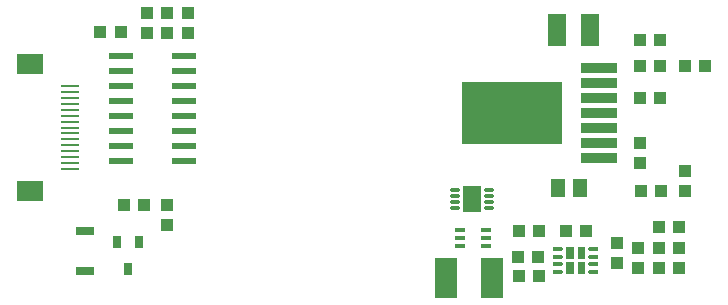
<source format=gtp>
G04 DipTrace 3.0.0.2*
G04 InterfaceBoard.GTP*
%MOMM*%
G04 #@! TF.FileFunction,Paste,Top*
G04 #@! TF.Part,Single*
%AMOUTLINE0*
4,1,6,
-0.25,0.175,
0.4,0.175,
0.4,-0.175,
-0.25,-0.175,
-0.4,-0.057,
-0.4,0.057,
-0.25,0.175,
0*%
%AMOUTLINE1*
4,1,6,
0.25,-0.175,
-0.4,-0.175,
-0.4,0.175,
0.25,0.175,
0.4,0.057,
0.4,-0.057,
0.25,-0.175,
0*%
%ADD23R,1.0X1.1*%
%ADD24R,1.1X1.0*%
%ADD25R,1.6X2.7*%
%ADD26R,1.3X1.5*%
%ADD28R,1.6X0.8*%
%ADD29R,1.9X3.4*%
%ADD36R,0.9X0.4*%
%ADD38R,0.65X1.05*%
%ADD43O,0.85X0.3*%
%ADD44R,1.6X2.3*%
%ADD46R,3.06X0.89*%
%ADD47R,8.54X5.35*%
%ADD48R,1.5X0.25*%
%ADD49R,2.2X1.8*%
%ADD50R,2.0X0.6*%
%ADD57OUTLINE0*%
%ADD58OUTLINE1*%
%FSLAX35Y35*%
G04*
G71*
G90*
G75*
G01*
G04 TopPaste*
%LPD*%
D23*
X5332903Y301657D3*
Y471657D3*
D24*
X5519593Y2237823D3*
X5349593D3*
X4491440Y619190D3*
X4321440D3*
D23*
X5158260Y349287D3*
Y519287D3*
D24*
X4888357Y619190D3*
X4718357D3*
X5344950Y1745650D3*
X5514950D3*
D25*
X4926383Y2317207D3*
X4646383D3*
D26*
X4840727Y984353D3*
X4650727D3*
D24*
X950943Y2302117D3*
X780943D3*
D28*
X649280Y619187D3*
Y279187D3*
D29*
X4094523Y222273D3*
X3704523D3*
D36*
X4046893Y492177D3*
Y557177D3*
Y622177D3*
X3826893D3*
Y557177D3*
Y492177D3*
D38*
X1109477Y523820D3*
X919477D3*
X1014477Y293820D3*
D23*
X1347717Y2460623D3*
Y2290623D3*
X1173093Y2460623D3*
Y2290623D3*
X1522343Y2460623D3*
Y2290623D3*
D24*
X4316797Y396917D3*
X4486797D3*
X5507547Y301657D3*
X5677547D3*
X5507547Y476300D3*
X5677547D3*
X4491440Y238150D3*
X4321440D3*
D23*
X5344950Y1189963D3*
Y1359963D3*
D24*
X5360827Y951813D3*
X5530827D3*
X5682190Y650943D3*
X5512190D3*
X5344950Y2015550D3*
X5514950D3*
X5725990D3*
X5895990D3*
D23*
X5729820Y952600D3*
Y1122600D3*
D24*
X982490Y841287D3*
X1152490D3*
D23*
X1347577Y666680D3*
Y836680D3*
D43*
X4069263Y811983D3*
Y861983D3*
Y911983D3*
Y961983D3*
X3779263D3*
Y911983D3*
Y861983D3*
Y811983D3*
D44*
X3924263Y886983D3*
G36*
X4724976Y256289D2*
X4788501D1*
Y351539D1*
X4724976D1*
Y256289D1*
G37*
G36*
Y383289D2*
X4788501D1*
Y478539D1*
X4724976D1*
Y383289D1*
G37*
G36*
X4820226D2*
X4883751D1*
Y478539D1*
X4820226D1*
Y383289D1*
G37*
G36*
Y256289D2*
X4883751D1*
Y351539D1*
X4820226D1*
Y256289D1*
G37*
D57*
X4951863Y269903D3*
Y334903D3*
Y399903D3*
Y464900D3*
D58*
X4656863D3*
Y399903D3*
Y334903D3*
Y269903D3*
D46*
X4999493Y1238380D3*
Y1365380D3*
Y1492380D3*
Y1619380D3*
Y1746380D3*
Y1873380D3*
Y2000380D3*
D47*
X4268993Y1619380D3*
D48*
X522273Y1143120D3*
Y1193120D3*
Y1243120D3*
Y1293120D3*
Y1343120D3*
Y1393120D3*
Y1443120D3*
Y1493120D3*
Y1543120D3*
Y1593120D3*
Y1643120D3*
Y1693120D3*
Y1743120D3*
Y1793120D3*
Y1843120D3*
D49*
X187273Y958120D3*
Y2033120D3*
D50*
X950943Y2095720D3*
Y1968720D3*
Y1841720D3*
Y1714720D3*
Y1587720D3*
Y1460720D3*
Y1333720D3*
Y1206720D3*
X1490943D3*
Y1333720D3*
Y1460720D3*
Y1587720D3*
Y1714720D3*
Y1841720D3*
Y1968720D3*
Y2095720D3*
M02*

</source>
